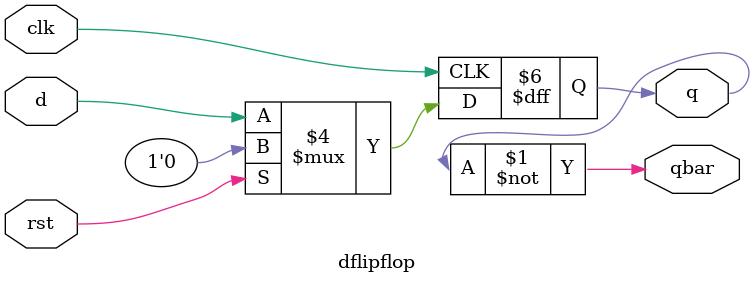
<source format=v>
module dflipflop(q,qbar,clk,rst,d);
	output reg q;
	output qbar;
	input clk, rst;
	input d;

	assign qbar = ~q;

	always @(posedge clk)
	begin
		if (rst)
			q <= 0;
		else
			q <= d;
	end
endmodule

</source>
